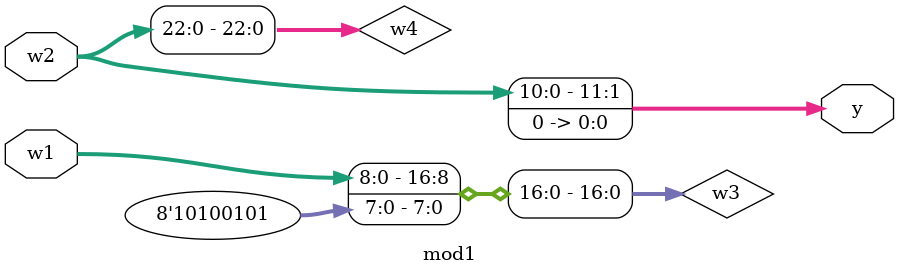
<source format=v>
/* () */
module mod1  (y, w1, w2);
  output wire [(((1'h1) + (5'h14)) + (5'h16)):(((1'h0) + (1'h0)) + (1'h0))] y;
  input wire [(4'h8):(1'h0)] w1;
  input wire [(5'h1f):(1'h0)] w2;
  wire [(5'h14):(1'h0)] w3;
  wire [(5'h16):(1'h0)] w4;
  assign w3 = $signed($unsigned({$unsigned((w2 ? (8'had) : w2)), w1, (8'ha5)}));
  assign w4 = $signed(w2);
  assign y = {w3, w4, (1'h0)};
endmodule
</source>
